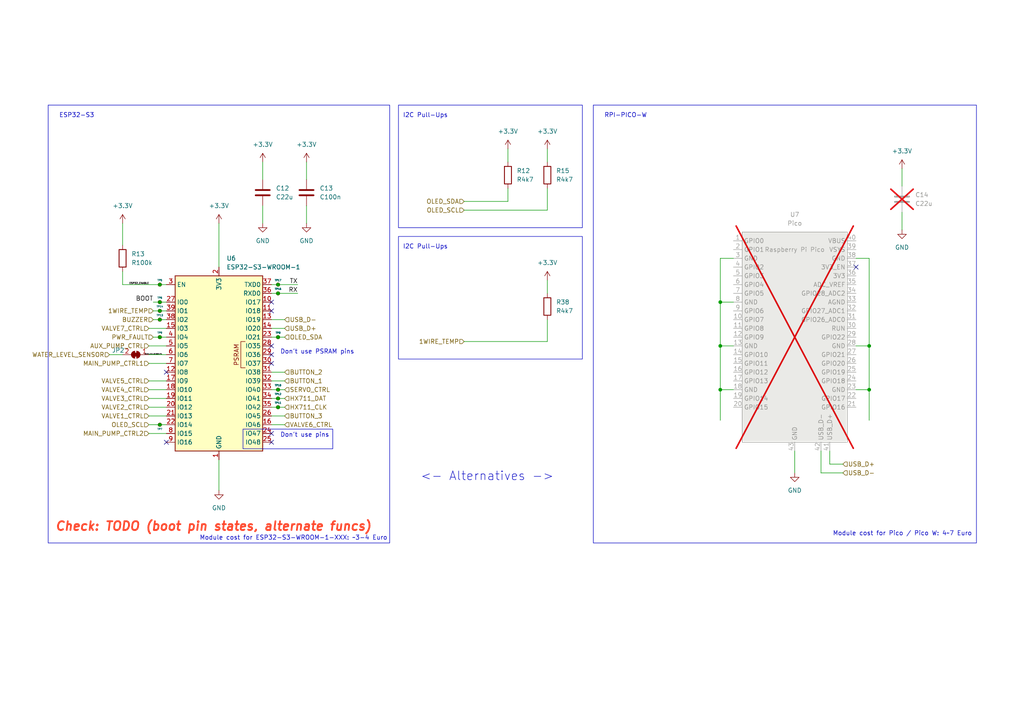
<source format=kicad_sch>
(kicad_sch (version 20230121) (generator eeschema)
  (paper "A4")
  (title_block (title "openautolab - Mainboard") (date "2024-04-03") (rev "1.0"))
  (lib_symbols
    (symbol "Connector:TestPoint_Small" (pin_numbers hide) (pin_names (offset 0.762) hide)
      (property "Reference" "TP" (at 0 3.81 0))
      (property "Value" "TestPoint_Small" (at 0 2.032 0))
      (symbol "TestPoint_Small_0_1"
        (circle (center 0 0) (radius 0.508))
      )
      (symbol "TestPoint_Small_1_1"
        (pin passive line (at 0 0 90) (length 0) (name "1") (number "1"))
      )
    )
    (symbol "Device:C" (pin_numbers hide) (pin_names (offset 0.254))
      (property "Reference" "C" (at 0.635 2.54 0))
      (property "Value" "C" (at 0.635 -2.54 0))
      (symbol "C_0_1"
        (polyline (pts (xy -2.032 -0.762) (xy 2.032 -0.762)) (stroke (width 0.508)))
        (polyline (pts (xy -2.032 0.762) (xy 2.032 0.762)) (stroke (width 0.508)))
      )
      (symbol "C_1_1"
        (pin passive line (at 0 3.81 270) (length 2.794) (name "~") (number "1"))
        (pin passive line (at 0 -3.81 90) (length 2.794) (name "~") (number "2"))
      )
    )
    (symbol "Device:R" (pin_numbers hide) (pin_names (offset 0))
      (property "Reference" "R" (at 2.032 0 90))
      (property "Value" "R" (at 0 0 90))
      (symbol "R_0_1"
        (rectangle (start -1.016 -2.54) (end 1.016 2.54) (stroke (width 0.254)))
      )
      (symbol "R_1_1"
        (pin passive line (at 0 3.81 270) (length 1.27) (name "~") (number "1"))
        (pin passive line (at 0 -3.81 90) (length 1.27) (name "~") (number "2"))
      )
    )
    (symbol "Jumper:SolderJumper_2_Bridged" (pin_names (offset 0) hide)
      (property "Reference" "JP" (at 0 2.032 0))
      (property "Value" "SolderJumper_2_Bridged" (at 0 -2.54 0))
      (symbol "SolderJumper_2_Bridged_0_1"
        (rectangle (start -0.508 0.508) (end 0.508 -0.508) (fill (type outline)))
        (arc (start -0.254 1.016) (mid -1.2656 0) (end -0.254 -1.016))
        (arc (start -0.254 1.016) (mid -1.2656 0) (end -0.254 -1.016) (fill (type outline)))
        (polyline (pts (xy -0.254 1.016) (xy -0.254 -1.016)))
        (polyline (pts (xy 0.254 1.016) (xy 0.254 -1.016)))
        (arc (start 0.254 -1.016) (mid 1.2656 0) (end 0.254 1.016))
        (arc (start 0.254 -1.016) (mid 1.2656 0) (end 0.254 1.016) (fill (type outline)))
      )
      (symbol "SolderJumper_2_Bridged_1_1"
        (pin passive line (at -3.81 0 0) (length 2.54) (name "A") (number "1"))
        (pin passive line (at 3.81 0 180) (length 2.54) (name "B") (number "2"))
      )
    )
    (symbol "RF_Module:ESP32-S3-WROOM-1"
      (property "Reference" "U" (at -12.7 26.67 0))
      (property "Value" "ESP32-S3-WROOM-1" (at 12.7 26.67 0))
      (symbol "ESP32-S3-WROOM-1_0_0"
        (rectangle (start -12.7 25.4) (end 12.7 -25.4) (stroke (width 0.254)) (fill (type background)))
        (text "PSRAM" (at 5.08 2.54 900) (effects (font (size 1.27 1.27))))
      )
      (symbol "ESP32-S3-WROOM-1_0_1"
        (polyline (pts (xy 7.62 -1.27) (xy 6.35 -1.27) (xy 6.35 6.35) (xy 7.62 6.35)))
      )
      (symbol "ESP32-S3-WROOM-1_1_1"
        (pin power_in line (at 0 -27.94 90) (length 2.54) (name "GND") (number "1"))
        (pin bidirectional line (at 15.24 17.78 180) (length 2.54) (name "IO17") (number "10"))
        (pin bidirectional line (at 15.24 15.24 180) (length 2.54) (name "IO18") (number "11"))
        (pin bidirectional line (at -15.24 -2.54 0) (length 2.54) (name "IO8") (number "12"))
        (pin bidirectional line (at 15.24 12.7 180) (length 2.54) (name "IO19") (number "13"))
        (pin bidirectional line (at 15.24 10.16 180) (length 2.54) (name "IO20") (number "14"))
        (pin bidirectional line (at -15.24 10.16 0) (length 2.54) (name "IO3") (number "15"))
        (pin bidirectional line (at 15.24 -17.78 180) (length 2.54) (name "IO46") (number "16"))
        (pin bidirectional line (at -15.24 -5.08 0) (length 2.54) (name "IO9") (number "17"))
        (pin bidirectional line (at -15.24 -7.62 0) (length 2.54) (name "IO10") (number "18"))
        (pin bidirectional line (at -15.24 -10.16 0) (length 2.54) (name "IO11") (number "19"))
        (pin power_in line (at 0 27.94 270) (length 2.54) (name "3V3") (number "2"))
        (pin bidirectional line (at -15.24 -12.7 0) (length 2.54) (name "IO12") (number "20"))
        (pin bidirectional line (at -15.24 -15.24 0) (length 2.54) (name "IO13") (number "21"))
        (pin bidirectional line (at -15.24 -17.78 0) (length 2.54) (name "IO14") (number "22"))
        (pin bidirectional line (at 15.24 7.62 180) (length 2.54) (name "IO21") (number "23"))
        (pin bidirectional line (at 15.24 -20.32 180) (length 2.54) (name "IO47") (number "24"))
        (pin bidirectional line (at 15.24 -22.86 180) (length 2.54) (name "IO48") (number "25"))
        (pin bidirectional line (at 15.24 -15.24 180) (length 2.54) (name "IO45") (number "26"))
        (pin bidirectional line (at -15.24 17.78 0) (length 2.54) (name "IO0") (number "27"))
        (pin bidirectional line (at 15.24 5.08 180) (length 2.54) (name "IO35") (number "28"))
        (pin bidirectional line (at 15.24 2.54 180) (length 2.54) (name "IO36") (number "29"))
        (pin input line (at -15.24 22.86 0) (length 2.54) (name "EN") (number "3"))
        (pin bidirectional line (at 15.24 0 180) (length 2.54) (name "IO37") (number "30"))
        (pin bidirectional line (at 15.24 -2.54 180) (length 2.54) (name "IO38") (number "31"))
        (pin bidirectional line (at 15.24 -5.08 180) (length 2.54) (name "IO39") (number "32"))
        (pin bidirectional line (at 15.24 -7.62 180) (length 2.54) (name "IO40") (number "33"))
        (pin bidirectional line (at 15.24 -10.16 180) (length 2.54) (name "IO41") (number "34"))
        (pin bidirectional line (at 15.24 -12.7 180) (length 2.54) (name "IO42") (number "35"))
        (pin bidirectional line (at 15.24 20.32 180) (length 2.54) (name "RXD0") (number "36"))
        (pin bidirectional line (at 15.24 22.86 180) (length 2.54) (name "TXD0") (number "37"))
        (pin bidirectional line (at -15.24 12.7 0) (length 2.54) (name "IO2") (number "38"))
        (pin bidirectional line (at -15.24 15.24 0) (length 2.54) (name "IO1") (number "39"))
        (pin bidirectional line (at -15.24 7.62 0) (length 2.54) (name "IO4") (number "4"))
        (pin passive line (at 0 -27.94 90) (length 2.54) hide (name "GND") (number "40"))
        (pin passive line (at 0 -27.94 90) (length 2.54) hide (name "GND") (number "41"))
        (pin bidirectional line (at -15.24 5.08 0) (length 2.54) (name "IO5") (number "5"))
        (pin bidirectional line (at -15.24 2.54 0) (length 2.54) (name "IO6") (number "6"))
        (pin bidirectional line (at -15.24 0 0) (length 2.54) (name "IO7") (number "7"))
        (pin bidirectional line (at -15.24 -20.32 0) (length 2.54) (name "IO15") (number "8"))
        (pin bidirectional line (at -15.24 -22.86 0) (length 2.54) (name "IO16") (number "9"))
      )
    )
    (symbol "power:+3.3V" (power) (pin_names (offset 0))
      (property "Value" "+3.3V" (at 0 3.556 0))
      (symbol "+3.3V_0_1"
        (polyline (pts (xy -0.762 1.27) (xy 0 2.54)))
        (polyline (pts (xy 0 0) (xy 0 2.54)))
        (polyline (pts (xy 0 2.54) (xy 0.762 1.27)))
      )
      (symbol "+3.3V_1_1"
        (pin power_in line (at 0 0 90) (length 0) hide (name "+3.3V") (number "1"))
      )
    )
    (symbol "power:GND" (power) (pin_names (offset 0))
      (property "Value" "GND" (at 0 -3.81 0))
      (symbol "GND_0_1"
        (polyline (pts (xy 0 0) (xy 0 -1.27) (xy 1.27 -1.27) (xy 0 -2.54) (xy -1.27 -1.27) (xy 0 -1.27)))
      )
      (symbol "GND_1_1"
        (pin power_in line (at 0 0 270) (length 0) hide (name "GND") (number "1"))
      )
    )
    (symbol "project:Pico"
      (property "Reference" "U" (at -13.97 27.94 0))
      (property "Value" "Pico" (at 0 19.05 0))
      (symbol "Pico_0_0"
        (text "Raspberry Pi Pico" (at 0 21.59 0) (effects (font (size 1.27 1.27))))
      )
      (symbol "Pico_0_1"
        (rectangle (start -15.24 26.67) (end 15.24 -34.29) (fill (type background)))
      )
      (symbol "Pico_1_1"
        (pin bidirectional line (at -17.78 24.13 0) (length 2.54) (name "GPIO0") (number "1"))
        (pin bidirectional line (at -17.78 1.27 0) (length 2.54) (name "GPIO7") (number "10"))
        (pin bidirectional line (at -17.78 -1.27 0) (length 2.54) (name "GPIO8") (number "11"))
        (pin bidirectional line (at -17.78 -3.81 0) (length 2.54) (name "GPIO9") (number "12"))
        (pin power_in line (at -17.78 -6.35 0) (length 2.54) (name "GND") (number "13"))
        (pin bidirectional line (at -17.78 -8.89 0) (length 2.54) (name "GPIO10") (number "14"))
        (pin bidirectional line (at -17.78 -11.43 0) (length 2.54) (name "GPIO11") (number "15"))
        (pin bidirectional line (at -17.78 -13.97 0) (length 2.54) (name "GPIO12") (number "16"))
        (pin bidirectional line (at -17.78 -16.51 0) (length 2.54) (name "GPIO13") (number "17"))
        (pin power_in line (at -17.78 -19.05 0) (length 2.54) (name "GND") (number "18"))
        (pin bidirectional line (at -17.78 -21.59 0) (length 2.54) (name "GPIO14") (number "19"))
        (pin bidirectional line (at -17.78 21.59 0) (length 2.54) (name "GPIO1") (number "2"))
        (pin bidirectional line (at -17.78 -24.13 0) (length 2.54) (name "GPIO15") (number "20"))
        (pin bidirectional line (at 17.78 -24.13 180) (length 2.54) (name "GPIO16") (number "21"))
        (pin bidirectional line (at 17.78 -21.59 180) (length 2.54) (name "GPIO17") (number "22"))
        (pin power_in line (at 17.78 -19.05 180) (length 2.54) (name "GND") (number "23"))
        (pin bidirectional line (at 17.78 -16.51 180) (length 2.54) (name "GPIO18") (number "24"))
        (pin bidirectional line (at 17.78 -13.97 180) (length 2.54) (name "GPIO19") (number "25"))
        (pin bidirectional line (at 17.78 -11.43 180) (length 2.54) (name "GPIO20") (number "26"))
        (pin bidirectional line (at 17.78 -8.89 180) (length 2.54) (name "GPIO21") (number "27"))
        (pin power_in line (at 17.78 -6.35 180) (length 2.54) (name "GND") (number "28"))
        (pin bidirectional line (at 17.78 -3.81 180) (length 2.54) (name "GPIO22") (number "29"))
        (pin power_in line (at -17.78 19.05 0) (length 2.54) (name "GND") (number "3"))
        (pin input line (at 17.78 -1.27 180) (length 2.54) (name "RUN") (number "30"))
        (pin bidirectional line (at 17.78 1.27 180) (length 2.54) (name "GPIO26_ADC0") (number "31"))
        (pin bidirectional line (at 17.78 3.81 180) (length 2.54) (name "GPIO27_ADC1") (number "32"))
        (pin power_in line (at 17.78 6.35 180) (length 2.54) (name "AGND") (number "33"))
        (pin bidirectional line (at 17.78 8.89 180) (length 2.54) (name "GPIO28_ADC2") (number "34"))
        (pin power_in line (at 17.78 11.43 180) (length 2.54) (name "ADC_VREF") (number "35"))
        (pin power_in line (at 17.78 13.97 180) (length 2.54) (name "3V3") (number "36"))
        (pin input line (at 17.78 16.51 180) (length 2.54) (name "3V3_EN") (number "37"))
        (pin bidirectional line (at 17.78 19.05 180) (length 2.54) (name "GND") (number "38"))
        (pin power_in line (at 17.78 21.59 180) (length 2.54) (name "VSYS") (number "39"))
        (pin bidirectional line (at -17.78 16.51 0) (length 2.54) (name "GPIO2") (number "4"))
        (pin power_in line (at 17.78 24.13 180) (length 2.54) (name "VBUS") (number "40"))
        (pin bidirectional line (at 10.16 -36.83 90) (length 2.54) (name "USB_D+") (number "41"))
        (pin bidirectional line (at 7.62 -36.83 90) (length 2.54) (name "USB_D-") (number "42"))
        (pin power_in line (at 0 -36.83 90) (length 2.54) (name "GND") (number "43"))
        (pin bidirectional line (at -17.78 13.97 0) (length 2.54) (name "GPIO3") (number "5"))
        (pin bidirectional line (at -17.78 11.43 0) (length 2.54) (name "GPIO4") (number "6"))
        (pin bidirectional line (at -17.78 8.89 0) (length 2.54) (name "GPIO5") (number "7"))
        (pin power_in line (at -17.78 6.35 0) (length 2.54) (name "GND") (number "8"))
        (pin bidirectional line (at -17.78 3.81 0) (length 2.54) (name "GPIO6") (number "9"))
      )
    )
  )
  (junction (at 80.645 97.79))
  (junction (at 46.355 90.17))
  (junction (at 80.645 82.55))
  (junction (at 46.355 123.19))
  (junction (at 80.645 85.09))
  (junction (at 252.095 100.33))
  (junction (at 46.355 82.55))
  (junction (at 208.915 100.33))
  (junction (at 80.645 118.11))
  (junction (at 80.645 115.57))
  (junction (at 252.095 113.03))
  (junction (at 208.915 87.63))
  (junction (at 208.915 113.03))
  (junction (at 46.355 97.79))
  (junction (at 46.355 92.71))
  (junction (at 80.645 113.03))
  (junction (at 46.355 87.63))
  (no_connect (at 78.74 125.73))
  (no_connect (at 48.26 107.95))
  (no_connect (at 78.74 90.17))
  (no_connect (at 78.74 128.27))
  (no_connect (at 78.74 105.41))
  (no_connect (at 78.74 102.87))
  (no_connect (at 248.285 77.47))
  (no_connect (at 78.74 100.33))
  (no_connect (at 48.26 128.27))
  (no_connect (at 78.74 87.63))
  (wire (pts (xy 80.645 85.09) (xy 86.36 85.09)))
  (wire (pts (xy 48.26 92.71) (xy 46.355 92.71)))
  (wire (pts (xy 48.26 110.49) (xy 43.18 110.49)))
  (wire (pts (xy 230.505 130.81) (xy 230.505 137.16)))
  (wire (pts (xy 78.74 95.25) (xy 82.55 95.25)))
  (wire (pts (xy 248.285 113.03) (xy 252.095 113.03)))
  (wire (pts (xy 63.5 133.35) (xy 63.5 142.24)))
  (wire (pts (xy 238.125 137.16) (xy 238.125 130.81)))
  (wire (pts (xy 248.285 74.93) (xy 252.095 74.93)))
  (wire (pts (xy 208.915 74.93) (xy 208.915 87.63)))
  (wire (pts (xy 261.62 61.595) (xy 261.62 66.675)))
  (wire (pts (xy 48.26 113.03) (xy 43.18 113.03)))
  (wire (pts (xy 208.915 100.33) (xy 208.915 113.03)))
  (wire (pts (xy 76.2 46.99) (xy 76.2 52.07)))
  (wire (pts (xy 43.18 100.33) (xy 48.26 100.33)))
  (wire (pts (xy 48.26 82.55) (xy 46.355 82.55)))
  (wire (pts (xy 43.18 102.87) (xy 48.26 102.87)))
  (wire (pts (xy 46.355 97.79) (xy 48.26 97.79)))
  (wire (pts (xy 46.355 123.19) (xy 48.26 123.19)))
  (wire (pts (xy 78.74 118.11) (xy 80.645 118.11)))
  (wire (pts (xy 35.56 102.87) (xy 31.75 102.87)))
  (wire (pts (xy 244.475 134.62) (xy 240.665 134.62)))
  (wire (pts (xy 43.18 95.25) (xy 48.26 95.25)))
  (wire (pts (xy 82.55 107.95) (xy 78.74 107.95)))
  (wire (pts (xy 46.355 90.17) (xy 48.26 90.17)))
  (wire (pts (xy 212.725 74.93) (xy 208.915 74.93)))
  (wire (pts (xy 208.915 113.03) (xy 212.725 113.03)))
  (wire (pts (xy 80.645 115.57) (xy 82.55 115.57)))
  (wire (pts (xy 158.75 43.18) (xy 158.75 46.99)))
  (wire (pts (xy 147.32 58.42) (xy 147.32 54.61)))
  (wire (pts (xy 248.285 100.33) (xy 252.095 100.33)))
  (wire (pts (xy 78.74 113.03) (xy 80.645 113.03)))
  (wire (pts (xy 244.475 137.16) (xy 238.125 137.16)))
  (wire (pts (xy 46.355 92.71) (xy 44.45 92.71)))
  (wire (pts (xy 43.18 115.57) (xy 48.26 115.57)))
  (wire (pts (xy 48.26 120.65) (xy 43.18 120.65)))
  (wire (pts (xy 78.74 85.09) (xy 80.645 85.09)))
  (wire (pts (xy 134.62 99.06) (xy 158.75 99.06)))
  (wire (pts (xy 44.45 87.63) (xy 46.355 87.63)))
  (wire (pts (xy 35.56 64.77) (xy 35.56 71.12)))
  (wire (pts (xy 252.095 74.93) (xy 252.095 100.33)))
  (wire (pts (xy 76.2 59.69) (xy 76.2 64.77)))
  (wire (pts (xy 208.915 100.33) (xy 212.725 100.33)))
  (wire (pts (xy 88.9 46.99) (xy 88.9 52.07)))
  (wire (pts (xy 43.18 118.11) (xy 48.26 118.11)))
  (wire (pts (xy 208.915 113.03) (xy 208.915 121.92)))
  (wire (pts (xy 35.56 82.55) (xy 46.355 82.55)))
  (wire (pts (xy 78.74 115.57) (xy 80.645 115.57)))
  (wire (pts (xy 80.645 82.55) (xy 86.36 82.55)))
  (wire (pts (xy 134.62 60.96) (xy 158.75 60.96)))
  (wire (pts (xy 158.75 60.96) (xy 158.75 54.61)))
  (wire (pts (xy 208.915 87.63) (xy 212.725 87.63)))
  (wire (pts (xy 78.74 92.71) (xy 82.55 92.71)))
  (wire (pts (xy 158.75 99.06) (xy 158.75 92.71)))
  (wire (pts (xy 80.645 118.11) (xy 82.55 118.11)))
  (wire (pts (xy 208.915 87.63) (xy 208.915 100.33)))
  (wire (pts (xy 158.75 81.28) (xy 158.75 85.09)))
  (wire (pts (xy 82.55 110.49) (xy 78.74 110.49)))
  (wire (pts (xy 43.18 123.19) (xy 46.355 123.19)))
  (wire (pts (xy 261.62 48.895) (xy 261.62 53.975)))
  (wire (pts (xy 82.55 123.19) (xy 78.74 123.19)))
  (wire (pts (xy 82.55 120.65) (xy 78.74 120.65)))
  (wire (pts (xy 63.5 64.77) (xy 63.5 77.47)))
  (wire (pts (xy 80.645 97.79) (xy 78.74 97.79)))
  (wire (pts (xy 252.095 100.33) (xy 252.095 113.03)))
  (wire (pts (xy 88.9 59.69) (xy 88.9 64.77)))
  (wire (pts (xy 134.62 58.42) (xy 147.32 58.42)))
  (wire (pts (xy 82.55 97.79) (xy 80.645 97.79)))
  (wire (pts (xy 147.32 43.18) (xy 147.32 46.99)))
  (wire (pts (xy 46.355 87.63) (xy 48.26 87.63)))
  (wire (pts (xy 240.665 134.62) (xy 240.665 130.81)))
  (wire (pts (xy 80.645 113.03) (xy 82.55 113.03)))
  (wire (pts (xy 44.45 90.17) (xy 46.355 90.17)))
  (wire (pts (xy 78.74 82.55) (xy 80.645 82.55)))
  (wire (pts (xy 43.18 125.73) (xy 48.26 125.73)))
  (wire (pts (xy 44.45 97.79) (xy 46.355 97.79)))
  (wire (pts (xy 43.18 105.41) (xy 48.26 105.41)))
  (wire (pts (xy 35.56 82.55) (xy 35.56 78.74)))
  (wire (pts (xy 252.095 113.03) (xy 252.095 121.92)))
  (rectangle (start 172.085 30.48) (end 283.21 157.48))
  (rectangle (start 115.57 68.58) (end 168.91 104.14))
  (rectangle (start 70.485 124.46) (end 96.52 130.175))
  (rectangle (start 115.57 30.48) (end 168.91 66.04))
  (rectangle (start 13.97 30.48) (end 113.03 157.48))
  (text "Module cost for ESP32-S3-WROOM-1-XXX: ~3-4 Euro" (at 112.395 156.845 0) (effects (font (size 1.27 1.27)) (justify right bottom)))
  (text "ESP32-S3" (at 17.145 34.29 0) (effects (font (size 1.27 1.27)) (justify left bottom)))
  (text "Don't use PSRAM pins" (at 81.28 102.87 0) (effects (font (size 1.27 1.27)) (justify left bottom)))
  (text "<- Alternatives ->" (at 121.92 139.7 0) (effects (font (size 2.54 2.54)) (justify left bottom)))
  (text "Check: TODO (boot pin states, alternate funcs)" (at 15.875 154.305 0) (effects (font (size 2.54 2.54) (thickness 0.508) bold italic) (justify left bottom)))
  (text "RPI-PICO-W" (at 175.26 34.29 0) (effects (font (size 1.27 1.27)) (justify left bottom)))
  (text "Don't use pins" (at 81.28 127 0) (effects (font (size 1.27 1.27)) (justify left bottom)))
  (text "I2C Pull-Ups" (at 116.84 72.39 0) (effects (font (size 1.27 1.27)) (justify left bottom)))
  (text "Module cost for Pico / Pico W: 4~7 Euro\n" (at 281.94 155.575 0) (effects (font (size 1.27 1.27)) (justify right bottom)))
  (text "I2C Pull-Ups" (at 116.84 34.29 0) (effects (font (size 1.27 1.27)) (justify left bottom)))
  (label "ESP32_ENABLE" (at 37.465 82.55 0) (effects (font (size 0.508 0.508))))
  (label "WATER_LEVEL_SENSOR_PIN" (at 46.99 102.87 180) (effects (font (size 0.254 0.254))))
  (label "RX" (at 86.36 85.09 180))
  (label "BOOT" (at 44.45 87.63 180))
  (label "TX" (at 86.36 82.55 180))
  (hierarchical_label "VALVE2_CTRL" (shape input) (at 43.18 118.11 180))
  (hierarchical_label "VALVE6_CTRL" (shape input) (at 82.55 123.19 0))
  (hierarchical_label "USB_D+" (shape input) (at 82.55 95.25 0))
  (hierarchical_label "HX711_CLK" (shape input) (at 82.55 118.11 0))
  (hierarchical_label "VALVE4_CTRL" (shape input) (at 43.18 113.03 180))
  (hierarchical_label "BUZZER" (shape input) (at 44.45 92.71 180))
  (hierarchical_label "VALVE5_CTRL" (shape input) (at 43.18 110.49 180))
  (hierarchical_label "VALVE1_CTRL" (shape input) (at 43.18 120.65 180))
  (hierarchical_label "OLED_SDA" (shape input) (at 82.55 97.79 0))
  (hierarchical_label "AUX_PUMP_CTRL" (shape input) (at 43.18 100.33 180))
  (hierarchical_label "SERVO_CTRL" (shape input) (at 82.55 113.03 0))
  (hierarchical_label "OLED_SCL" (shape input) (at 43.18 123.19 180))
  (hierarchical_label "MAIN_PUMP_CTRL2" (shape input) (at 43.18 125.73 180))
  (hierarchical_label "PWR_FAULT" (shape input) (at 44.45 97.79 180))
  (hierarchical_label "USB_D+" (shape input) (at 244.475 134.62 0))
  (hierarchical_label "1WIRE_TEMP" (shape input) (at 44.45 90.17 180))
  (hierarchical_label "HX711_DAT" (shape input) (at 82.55 115.57 0))
  (hierarchical_label "OLED_SCL" (shape input) (at 134.62 60.96 180))
  (hierarchical_label "BUTTON_2" (shape input) (at 82.55 107.95 0))
  (hierarchical_label "VALVE3_CTRL" (shape input) (at 43.18 115.57 180))
  (hierarchical_label "1WIRE_TEMP" (shape input) (at 134.62 99.06 180))
  (hierarchical_label "BUTTON_3" (shape input) (at 82.55 120.65 0))
  (hierarchical_label "MAIN_PUMP_CTRL1" (shape input) (at 43.18 105.41 180))
  (hierarchical_label "USB_D-" (shape input) (at 82.55 92.71 0))
  (hierarchical_label "USB_D-" (shape input) (at 244.475 137.16 0))
  (hierarchical_label "BUTTON_1" (shape input) (at 82.55 110.49 0))
  (hierarchical_label "OLED_SDA" (shape input) (at 134.62 58.42 180))
  (hierarchical_label "VALVE7_CTRL" (shape input) (at 43.18 95.25 180))
  (hierarchical_label "WATER_LEVEL_SENSOR" (shape input) (at 31.75 102.87 180))
  (symbol (lib_id "power:GND") (at 76.2 64.77 0) (unit 1)
    (property "Reference" "#PWR050" (effects hide))
    (property "Value" "GND" (at 76.2 69.85 0))
  )
  (symbol (lib_id "power:GND") (at 261.62 66.675 0) (unit 1)
    (property "Reference" "#PWR056" (effects hide))
    (property "Value" "GND" (at 261.62 71.755 0))
  )
  (symbol (lib_id "Device:C") (at 261.62 57.785 0) (unit 1) (in_bom no) (on_board no) (dnp yes)
    (property "Reference" "C14" (at 265.43 56.515 0) (effects (justify left)))
    (property "Value" "C22u" (at 265.43 59.055 0) (effects (justify left)))
    (property "Footprint" "Capacitor_SMD:C_0805_2012Metric" (effects hide))
    (property "Mouser Part Number" "187-CL21A226MQQNNNF" (effects hide))
  )
  (symbol (lib_id "power:GND") (at 230.505 137.16 0) (unit 1)
    (property "Reference" "#PWR054" (effects hide))
    (property "Value" "GND" (at 230.505 142.24 0))
  )
  (symbol (lib_id "Connector:TestPoint_Small") (at 46.355 92.71 0) (mirror y) (unit 1)
    (property "Reference" "TP13" (at 46.355 91.44 0) (effects (font (size 0.504 0.504))))
    (property "Value" "TestPoint_Small" (effects hide))
    (property "Footprint" "TestPoint:TestPoint_Pad_D1.5mm" (effects hide))
  )
  (symbol (lib_id "Connector:TestPoint_Small") (at 46.355 82.55 0) (unit 1)
    (property "Reference" "TP5" (at 46.355 81.28 0) (effects (font (size 0.504 0.504))))
    (property "Value" "TestPoint_Small" (effects hide))
    (property "Footprint" "TestPoint:TestPoint_Pad_D1.5mm" (effects hide))
  )
  (symbol (lib_id "power:+3.3V") (at 158.75 81.28 0) (unit 1)
    (property "Reference" "#PWR092" (effects hide))
    (property "Value" "+3.3V" (at 158.75 76.2 0))
  )
  (symbol (lib_id "Connector:TestPoint_Small") (at 80.645 82.55 0) (unit 1)
    (property "Reference" "TP17" (at 80.645 81.28 0) (effects (font (size 0.504 0.504))))
    (property "Value" "TestPoint_Small" (effects hide))
    (property "Footprint" "TestPoint:TestPoint_Pad_D1.5mm" (effects hide))
  )
  (symbol (lib_id "power:+3.3V") (at 63.5 64.77 0) (unit 1)
    (property "Reference" "#PWR046" (effects hide))
    (property "Value" "+3.3V" (at 63.5 59.69 0))
  )
  (symbol (lib_id "Connector:TestPoint_Small") (at 80.645 115.57 0) (unit 1)
    (property "Reference" "TP12" (at 80.645 114.3 0) (effects (font (size 0.504 0.504))))
    (property "Value" "TestPoint_Small" (effects hide))
    (property "Footprint" "TestPoint:TestPoint_Pad_D1.5mm" (effects hide))
  )
  (symbol (lib_id "power:+3.3V") (at 35.56 64.77 0) (unit 1)
    (property "Reference" "#PWR049" (effects hide))
    (property "Value" "+3.3V" (at 35.56 59.69 0))
  )
  (symbol (lib_id "power:+3.3V") (at 76.2 46.99 0) (unit 1)
    (property "Reference" "#PWR052" (effects hide))
    (property "Value" "+3.3V" (at 76.2 41.91 0))
  )
  (symbol (lib_id "power:+3.3V") (at 158.75 43.18 0) (unit 1)
    (property "Reference" "#PWR059" (effects hide))
    (property "Value" "+3.3V" (at 158.75 38.1 0))
  )
  (symbol (lib_id "Connector:TestPoint_Small") (at 46.355 123.19 180) (unit 1)
    (property "Reference" "TP7" (at 46.355 124.46 0) (effects (font (size 0.504 0.504))))
    (property "Value" "TestPoint_Small" (effects hide))
    (property "Footprint" "TestPoint:TestPoint_Pad_D1.5mm" (effects hide))
  )
  (symbol (lib_id "power:+3.3V") (at 261.62 48.895 0) (unit 1)
    (property "Reference" "#PWR055" (effects hide))
    (property "Value" "+3.3V" (at 261.62 43.815 0))
  )
  (symbol (lib_id "Connector:TestPoint_Small") (at 80.645 118.11 0) (unit 1)
    (property "Reference" "TP11" (at 80.645 116.84 0) (effects (font (size 0.504 0.504))))
    (property "Value" "TestPoint_Small" (effects hide))
    (property "Footprint" "TestPoint:TestPoint_Pad_D1.5mm" (effects hide))
  )
  (symbol (lib_id "Device:C") (at 76.2 55.88 0) (unit 1)
    (property "Reference" "C12" (at 80.01 54.61 0) (effects (justify left)))
    (property "Value" "C22u" (at 80.01 57.15 0) (effects (justify left)))
    (property "Footprint" "Capacitor_SMD:C_0805_2012Metric" (effects hide))
    (property "Mouser Part Number" "187-CL21A226MQQNNNF" (effects hide))
  )
  (symbol (lib_id "Connector:TestPoint_Small") (at 80.645 85.09 0) (unit 1)
    (property "Reference" "TP16" (at 80.645 83.82 0) (effects (font (size 0.504 0.504))))
    (property "Value" "TestPoint_Small" (effects hide))
    (property "Footprint" "TestPoint:TestPoint_Pad_D1.5mm" (effects hide))
  )
  (symbol (lib_id "Connector:TestPoint_Small") (at 80.645 113.03 0) (unit 1)
    (property "Reference" "TP10" (at 80.645 111.76 0) (effects (font (size 0.504 0.504))))
    (property "Value" "TestPoint_Small" (effects hide))
    (property "Footprint" "TestPoint:TestPoint_Pad_D1.5mm" (effects hide))
  )
  (symbol (lib_id "power:+3.3V") (at 147.32 43.18 0) (unit 1)
    (property "Reference" "#PWR058" (effects hide))
    (property "Value" "+3.3V" (at 147.32 38.1 0))
  )
  (symbol (lib_id "Device:R") (at 158.75 50.8 0) (unit 1)
    (property "Reference" "R15" (at 161.29 49.53 0) (effects (justify left)))
    (property "Value" "R4k7" (at 161.29 52.07 0) (effects (justify left)))
    (property "Footprint" "Resistor_SMD:R_0805_2012Metric" (effects hide))
    (property "Mouser Part Number" "279-CRGH0805F4K7" (effects hide))
  )
  (symbol (lib_id "Connector:TestPoint_Small") (at 46.355 87.63 0) (unit 1)
    (property "Reference" "TP6" (at 46.355 86.36 0) (effects (font (size 0.504 0.504))))
    (property "Value" "TestPoint_Small" (effects hide))
    (property "Footprint" "TestPoint:TestPoint_Pad_D1.5mm" (effects hide))
  )
  (symbol (lib_id "Connector:TestPoint_Small") (at 46.355 90.17 0) (mirror y) (unit 1)
    (property "Reference" "TP14" (at 46.355 88.9 0) (effects (font (size 0.504 0.504))))
    (property "Value" "TestPoint_Small" (effects hide))
    (property "Footprint" "TestPoint:TestPoint_Pad_D1.5mm" (effects hide))
  )
  (symbol (lib_id "power:GND") (at 88.9 64.77 0) (unit 1)
    (property "Reference" "#PWR051" (effects hide))
    (property "Value" "GND" (at 88.9 69.85 0))
  )
  (symbol (lib_id "power:GND") (at 63.5 142.24 0) (unit 1)
    (property "Reference" "#PWR047" (effects hide))
    (property "Value" "GND" (at 63.5 147.32 0))
  )
  (symbol (lib_id "RF_Module:ESP32-S3-WROOM-1") (at 63.5 105.41 0) (unit 1)
    (property "Reference" "U6" (at 65.6941 74.93 0) (effects (justify left)))
    (property "Value" "ESP32-S3-WROOM-1" (at 65.6941 77.47 0) (effects (justify left)))
    (property "Footprint" "RF_Module:ESP32-S3-WROOM-1" (effects hide))
    (property "Datasheet" "https://www.espressif.com/sites/default/files/documentation/esp32-s3-wroom-1_wroom-1u_datasheet_en.pdf" (effects hide))
    (property "Mouser Part Number" "356-ESP32-S3WROOM1N4" (effects hide))
  )
  (symbol (lib_id "Device:R") (at 147.32 50.8 0) (unit 1)
    (property "Reference" "R12" (at 149.86 49.53 0) (effects (justify left)))
    (property "Value" "R4k7" (at 149.86 52.07 0) (effects (justify left)))
    (property "Footprint" "Resistor_SMD:R_0805_2012Metric" (effects hide))
    (property "Mouser Part Number" "279-CRGH0805F4K7" (effects hide))
  )
  (symbol (lib_id "Connector:TestPoint_Small") (at 46.355 97.79 0) (unit 1)
    (property "Reference" "TP9" (at 46.355 96.52 0) (effects (font (size 0.504 0.504))))
    (property "Value" "TestPoint_Small" (effects hide))
    (property "Footprint" "TestPoint:TestPoint_Pad_D1.5mm" (effects hide))
  )
  (symbol (lib_id "Device:R") (at 35.56 74.93 0) (unit 1)
    (property "Reference" "R13" (at 38.1 73.66 0) (effects (justify left)))
    (property "Value" "R100k" (at 38.1 76.2 0) (effects (justify left)))
    (property "Footprint" "Resistor_SMD:R_0805_2012Metric" (effects hide))
    (property "Mouser Part Number" "660-RK73B2ATTD104J" (effects hide))
  )
  (symbol (lib_id "Connector:TestPoint_Small") (at 80.645 97.79 0) (unit 1)
    (property "Reference" "TP8" (at 80.645 96.52 0) (effects (font (size 0.504 0.504))))
    (property "Value" "TestPoint_Small" (effects hide))
    (property "Footprint" "TestPoint:TestPoint_Pad_D1.5mm" (effects hide))
  )
  (symbol (lib_id "power:+3.3V") (at 88.9 46.99 0) (unit 1)
    (property "Reference" "#PWR053" (effects hide))
    (property "Value" "+3.3V" (at 88.9 41.91 0))
  )
  (symbol (lib_id "Device:R") (at 158.75 88.9 0) (unit 1)
    (property "Reference" "R38" (at 161.29 87.63 0) (effects (justify left)))
    (property "Value" "R4k7" (at 161.29 90.17 0) (effects (justify left)))
    (property "Footprint" "Resistor_SMD:R_0805_2012Metric" (effects hide))
    (property "Mouser Part Number" "279-CRGH0805F4K7" (effects hide))
  )
  (symbol (lib_id "project:Pico") (at 230.505 93.98 0) (unit 1) (in_bom no) (on_board no) (dnp yes)
    (property "Reference" "U7" (at 230.505 62.23 0))
    (property "Value" "Pico" (at 230.505 64.77 0))
    (property "Footprint" "RPi_Pico:RPi_Pico_SMD_TH" (effects hide))
  )
  (symbol (lib_id "Device:C") (at 88.9 55.88 0) (unit 1)
    (property "Reference" "C13" (at 92.71 54.61 0) (effects (justify left)))
    (property "Value" "C100n" (at 92.71 57.15 0) (effects (justify left)))
    (property "Footprint" "Capacitor_SMD:C_0603_1608Metric" (effects hide))
    (property "Mouser Part Number" "80-C0603C104K3R7867" (effects hide))
  )
  (symbol (lib_id "Jumper:SolderJumper_2_Bridged") (at 39.37 102.87 180) (unit 1)
    (property "Reference" "JP2" (at 34.29 101.6 0))
    (property "Value" "SolderJumper_2_Bridged" (effects hide))
    (property "Footprint" "Jumper:SolderJumper-2_P1.3mm_Bridged_RoundedPad1.0x1.5mm" (effects hide))
  )
)
</source>
